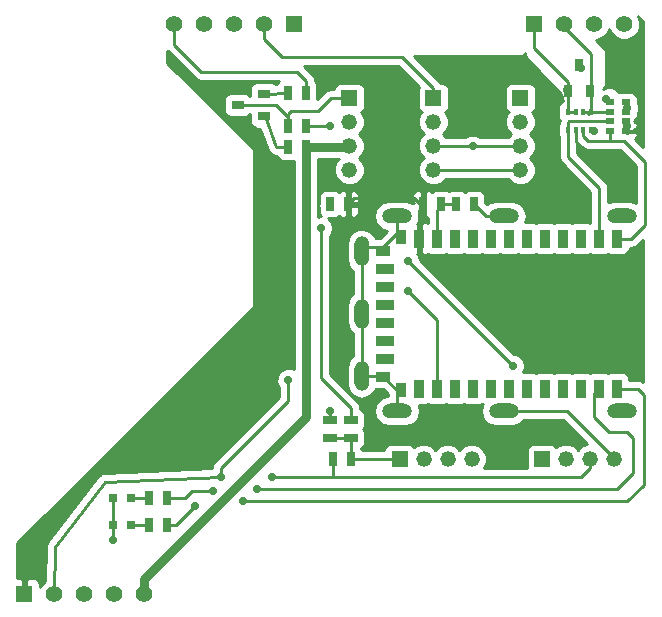
<source format=gtl>
G04 (created by PCBNEW (2013-05-16 BZR 4016)-stable) date 6/30/2013 14:04:39*
%MOIN*%
G04 Gerber Fmt 3.4, Leading zero omitted, Abs format*
%FSLAX34Y34*%
G01*
G70*
G90*
G04 APERTURE LIST*
%ADD10C,0.00590551*%
%ADD11R,0.0315X0.0394*%
%ADD12R,0.025X0.045*%
%ADD13R,0.045X0.025*%
%ADD14R,0.016X0.024*%
%ADD15R,0.055X0.055*%
%ADD16C,0.055*%
%ADD17R,0.032X0.05*%
%ADD18R,0.032X0.06*%
%ADD19R,0.06X0.032*%
%ADD20R,0.05X0.032*%
%ADD21R,0.0314X0.0314*%
%ADD22R,0.025X0.02*%
%ADD23R,0.0394X0.0315*%
%ADD24O,0.05X0.1*%
%ADD25O,0.1X0.05*%
%ADD26C,0.052*%
%ADD27R,0.052X0.052*%
%ADD28C,0.028*%
%ADD29C,0.01*%
%ADD30C,0.03*%
G04 APERTURE END LIST*
G54D10*
G54D11*
X99700Y-46167D03*
X100075Y-47033D03*
X99325Y-47033D03*
G54D12*
X90600Y-48900D03*
X90000Y-48900D03*
G54D13*
X92100Y-58600D03*
X92100Y-58000D03*
X91400Y-58000D03*
X91400Y-58600D03*
G54D14*
X99330Y-48330D03*
X99580Y-48330D03*
X99830Y-48330D03*
X100080Y-48330D03*
X100080Y-47730D03*
X99830Y-47730D03*
X99580Y-47730D03*
X99330Y-47730D03*
G54D15*
X90200Y-44800D03*
G54D16*
X89200Y-44800D03*
X88200Y-44800D03*
X87200Y-44800D03*
X86200Y-44800D03*
G54D15*
X98200Y-44800D03*
G54D16*
X99200Y-44800D03*
X100200Y-44800D03*
X101200Y-44800D03*
G54D15*
X81200Y-63800D03*
G54D16*
X82200Y-63800D03*
X83200Y-63800D03*
X84200Y-63800D03*
X85200Y-63800D03*
G54D17*
X93770Y-57010D03*
G54D18*
X94370Y-56960D03*
X94970Y-56960D03*
X95570Y-56960D03*
X96160Y-56950D03*
X96760Y-56950D03*
X97360Y-56950D03*
X97960Y-56950D03*
X98560Y-56950D03*
X99160Y-56950D03*
X99760Y-56950D03*
X100360Y-56950D03*
X100960Y-56950D03*
X100970Y-51960D03*
X100370Y-51960D03*
X99770Y-51960D03*
X99170Y-51960D03*
X98570Y-51960D03*
X97970Y-51960D03*
X97370Y-51960D03*
X96770Y-51960D03*
X96170Y-51960D03*
X95570Y-51960D03*
X94970Y-51960D03*
X94370Y-51960D03*
G54D17*
X93770Y-51910D03*
G54D19*
X93220Y-52960D03*
X93220Y-53560D03*
X93220Y-54160D03*
X93220Y-54760D03*
X93220Y-55360D03*
X93220Y-55960D03*
G54D20*
X93170Y-56560D03*
X93170Y-52360D03*
G54D21*
X84745Y-60600D03*
X84155Y-60600D03*
X84745Y-61500D03*
X84155Y-61500D03*
G54D22*
X100730Y-47400D03*
X100730Y-47730D03*
X100730Y-48030D03*
X100730Y-48360D03*
X101270Y-48360D03*
X101270Y-48030D03*
X101270Y-47730D03*
X101270Y-47400D03*
G54D12*
X90000Y-47100D03*
X90600Y-47100D03*
X91500Y-59300D03*
X92100Y-59300D03*
X95100Y-50800D03*
X94500Y-50800D03*
X85950Y-60600D03*
X85350Y-60600D03*
X85950Y-61500D03*
X85350Y-61500D03*
X90600Y-48200D03*
X90000Y-48200D03*
X95600Y-50800D03*
X96200Y-50800D03*
X92000Y-50800D03*
X91400Y-50800D03*
G54D23*
X88317Y-47500D03*
X89183Y-47125D03*
X89183Y-47875D03*
G54D24*
X92450Y-52380D03*
X92450Y-54450D03*
X92450Y-56520D03*
G54D25*
X93630Y-57700D03*
X97180Y-57700D03*
X101110Y-57700D03*
X93630Y-51200D03*
X97180Y-51200D03*
X101110Y-51200D03*
G54D26*
X92040Y-49660D03*
X92040Y-48860D03*
X92040Y-48060D03*
G54D27*
X92040Y-47260D03*
G54D26*
X100860Y-59310D03*
X100060Y-59310D03*
X99260Y-59310D03*
G54D27*
X98460Y-59310D03*
G54D26*
X97740Y-49660D03*
X97740Y-48860D03*
X97740Y-48060D03*
G54D27*
X97740Y-47260D03*
G54D26*
X96110Y-59310D03*
X95310Y-59310D03*
X94510Y-59310D03*
G54D27*
X93710Y-59310D03*
G54D26*
X94840Y-49660D03*
X94840Y-48860D03*
X94840Y-48060D03*
G54D27*
X94840Y-47260D03*
G54D28*
X100200Y-48350D03*
X100150Y-49300D03*
X99300Y-50200D03*
X101300Y-48200D03*
X88600Y-55100D03*
X91600Y-54000D03*
X96150Y-48875D03*
X90000Y-56650D03*
X89450Y-59900D03*
X87750Y-59900D03*
X101300Y-47600D03*
X94000Y-52700D03*
X97500Y-56200D03*
X91100Y-51600D03*
X94000Y-53700D03*
X99300Y-47000D03*
X100600Y-47300D03*
X91400Y-57700D03*
X99750Y-46250D03*
X91400Y-50800D03*
X91400Y-48200D03*
X84150Y-62000D03*
X88950Y-60300D03*
X87500Y-60350D03*
X88500Y-60700D03*
X86900Y-60850D03*
G54D29*
X100180Y-48330D02*
X100080Y-48330D01*
X100200Y-48350D02*
X100180Y-48330D01*
X99580Y-48330D02*
X99580Y-48730D01*
X99580Y-48730D02*
X100150Y-49300D01*
X101270Y-48030D02*
X101270Y-48170D01*
X94500Y-50300D02*
X94500Y-50800D01*
X94600Y-50200D02*
X94500Y-50300D01*
X99300Y-50200D02*
X94600Y-50200D01*
X101270Y-48170D02*
X101300Y-48200D01*
X92000Y-50800D02*
X92000Y-51500D01*
X81200Y-61900D02*
X81200Y-63800D01*
X88000Y-55100D02*
X81200Y-61900D01*
X88200Y-55100D02*
X88000Y-55100D01*
X88600Y-55100D02*
X88200Y-55100D01*
X91600Y-51900D02*
X91600Y-54000D01*
X92000Y-51500D02*
X91600Y-51900D01*
X101270Y-48360D02*
X101270Y-48030D01*
X94500Y-50800D02*
X94400Y-50800D01*
X94400Y-50800D02*
X94200Y-50600D01*
X94200Y-50600D02*
X92200Y-50600D01*
X92200Y-50600D02*
X92000Y-50800D01*
X94370Y-51960D02*
X94370Y-51030D01*
X94370Y-51030D02*
X94500Y-50800D01*
X87750Y-59900D02*
X87750Y-59600D01*
X96150Y-48875D02*
X96150Y-48860D01*
X90000Y-57350D02*
X90000Y-56650D01*
X87750Y-59600D02*
X90000Y-57350D01*
X82200Y-63800D02*
X82225Y-62225D01*
X91500Y-59900D02*
X89450Y-59900D01*
X87750Y-59900D02*
X83900Y-60050D01*
X82225Y-62225D02*
X83900Y-60050D01*
X91500Y-59300D02*
X91500Y-59900D01*
X100060Y-59310D02*
X100060Y-59590D01*
X99750Y-59900D02*
X91500Y-59900D01*
X100060Y-59590D02*
X99750Y-59900D01*
X97740Y-48860D02*
X96250Y-48860D01*
X96250Y-48860D02*
X96150Y-48860D01*
X96150Y-48860D02*
X94840Y-48860D01*
X101270Y-47400D02*
X101270Y-47570D01*
X101270Y-47570D02*
X101300Y-47600D01*
X101270Y-47730D02*
X101270Y-47400D01*
G54D30*
X85200Y-63800D02*
X85200Y-63300D01*
X90600Y-57900D02*
X90600Y-48900D01*
X85200Y-63300D02*
X90600Y-57900D01*
X90600Y-48900D02*
X92000Y-48900D01*
X92000Y-48900D02*
X92040Y-48860D01*
G54D29*
X95600Y-50800D02*
X95100Y-50800D01*
X94970Y-51960D02*
X94970Y-51030D01*
X94970Y-51030D02*
X95100Y-50800D01*
X100730Y-48030D02*
X99370Y-48030D01*
X99330Y-48070D02*
X99330Y-48330D01*
X99370Y-48030D02*
X99330Y-48070D01*
X99330Y-48330D02*
X99330Y-49230D01*
X100370Y-50270D02*
X100370Y-51960D01*
X99330Y-49230D02*
X100370Y-50270D01*
X100730Y-48360D02*
X100730Y-48700D01*
X100730Y-48700D02*
X100700Y-48700D01*
X101200Y-48700D02*
X101100Y-48700D01*
X99830Y-48530D02*
X100000Y-48700D01*
X100000Y-48700D02*
X100700Y-48700D01*
X100700Y-48700D02*
X101100Y-48700D01*
X99830Y-48530D02*
X99830Y-48330D01*
X100970Y-51960D02*
X101440Y-51960D01*
X101900Y-49400D02*
X101200Y-48700D01*
X101900Y-51500D02*
X101900Y-49400D01*
X101440Y-51960D02*
X101900Y-51500D01*
X97500Y-56200D02*
X94000Y-52700D01*
X89200Y-44800D02*
X89200Y-45300D01*
X94840Y-46940D02*
X94840Y-47260D01*
X93800Y-45900D02*
X94840Y-46940D01*
X89800Y-45900D02*
X93800Y-45900D01*
X89200Y-45300D02*
X89800Y-45900D01*
X92100Y-58000D02*
X92100Y-57600D01*
X91100Y-56600D02*
X91100Y-51600D01*
X92100Y-57600D02*
X91100Y-56600D01*
X94970Y-56960D02*
X94970Y-54670D01*
X94970Y-54670D02*
X94000Y-53700D01*
X90600Y-47100D02*
X90600Y-46700D01*
X86200Y-45500D02*
X86200Y-44800D01*
X87100Y-46400D02*
X86200Y-45500D01*
X90300Y-46400D02*
X87100Y-46400D01*
X90600Y-46700D02*
X90300Y-46400D01*
X99325Y-47033D02*
X99325Y-46725D01*
X98200Y-45600D02*
X98200Y-44800D01*
X99325Y-46725D02*
X98200Y-45600D01*
X100730Y-47400D02*
X100700Y-47400D01*
X99330Y-47030D02*
X99330Y-47730D01*
X99300Y-47000D02*
X99330Y-47030D01*
X100700Y-47400D02*
X100600Y-47300D01*
X99580Y-47730D02*
X99330Y-47730D01*
X100080Y-47730D02*
X100080Y-47038D01*
X99200Y-44900D02*
X99200Y-44800D01*
X100100Y-45800D02*
X99200Y-44900D01*
X100100Y-47018D02*
X100100Y-45800D01*
X100080Y-47038D02*
X100100Y-47018D01*
X100730Y-47730D02*
X100070Y-47730D01*
X100000Y-47800D02*
X100080Y-47730D01*
X100070Y-47730D02*
X100000Y-47800D01*
X100080Y-47730D02*
X99950Y-47730D01*
X99950Y-47730D02*
X99830Y-47730D01*
X91400Y-58000D02*
X91400Y-57700D01*
X97180Y-51200D02*
X96600Y-51200D01*
X96600Y-51200D02*
X96200Y-50800D01*
X94840Y-49660D02*
X97740Y-49660D01*
X99750Y-46250D02*
X99750Y-46276D01*
X100860Y-59310D02*
X100860Y-59260D01*
X99300Y-57700D02*
X97180Y-57700D01*
X100860Y-59260D02*
X99300Y-57700D01*
X92450Y-54450D02*
X92450Y-52380D01*
X92450Y-54450D02*
X92450Y-56520D01*
X90600Y-48200D02*
X91400Y-48200D01*
X92450Y-56520D02*
X93130Y-56520D01*
X93620Y-57690D02*
X93630Y-57700D01*
X93620Y-57010D02*
X93620Y-57690D01*
X93130Y-56520D02*
X93620Y-57010D01*
X84150Y-62000D02*
X84155Y-61995D01*
X84155Y-61995D02*
X84155Y-61500D01*
X84155Y-60600D02*
X84155Y-61500D01*
X93630Y-51200D02*
X93630Y-51770D01*
X93630Y-51770D02*
X93170Y-52230D01*
X93170Y-52230D02*
X92600Y-52230D01*
X92600Y-52230D02*
X92450Y-52380D01*
X91300Y-58600D02*
X92100Y-58600D01*
X92100Y-58600D02*
X92100Y-59300D01*
X92100Y-59300D02*
X92110Y-59310D01*
X92110Y-59310D02*
X93910Y-59310D01*
X85350Y-60600D02*
X84745Y-60600D01*
X85350Y-61500D02*
X84745Y-61500D01*
X85950Y-60600D02*
X86550Y-60600D01*
X100200Y-57110D02*
X100360Y-56950D01*
X100200Y-57900D02*
X100200Y-57110D01*
X100700Y-58400D02*
X100200Y-57900D01*
X101300Y-58400D02*
X100700Y-58400D01*
X101500Y-58600D02*
X101300Y-58400D01*
X101500Y-59750D02*
X101500Y-58600D01*
X100950Y-60300D02*
X101500Y-59750D01*
X88950Y-60300D02*
X100950Y-60300D01*
X86800Y-60350D02*
X87500Y-60350D01*
X86550Y-60600D02*
X86800Y-60350D01*
X85950Y-61500D02*
X86250Y-61500D01*
X101650Y-56950D02*
X100960Y-56950D01*
X101850Y-57150D02*
X101650Y-56950D01*
X101850Y-60150D02*
X101850Y-57150D01*
X101300Y-60700D02*
X101850Y-60150D01*
X88500Y-60700D02*
X101300Y-60700D01*
X86250Y-61500D02*
X86900Y-60850D01*
X89183Y-47125D02*
X89225Y-47125D01*
X89225Y-47125D02*
X90000Y-47100D01*
X89183Y-47875D02*
X89225Y-47875D01*
X89600Y-48900D02*
X90000Y-48900D01*
X89225Y-47875D02*
X89600Y-48900D01*
X88317Y-47500D02*
X89600Y-47500D01*
X90000Y-47900D02*
X90000Y-48200D01*
X89600Y-47500D02*
X90000Y-47900D01*
X90000Y-48200D02*
X90000Y-47800D01*
X91440Y-47260D02*
X92040Y-47260D01*
X91000Y-47700D02*
X91440Y-47260D01*
X90100Y-47700D02*
X91000Y-47700D01*
X90000Y-47800D02*
X90100Y-47700D01*
G54D10*
G36*
X90200Y-56310D02*
X90077Y-56260D01*
X89922Y-56259D01*
X89779Y-56319D01*
X89669Y-56428D01*
X89610Y-56572D01*
X89609Y-56727D01*
X89669Y-56870D01*
X89700Y-56901D01*
X89700Y-57225D01*
X87537Y-59387D01*
X87472Y-59485D01*
X87450Y-59600D01*
X87450Y-59613D01*
X83888Y-59750D01*
X83875Y-59753D01*
X83861Y-59752D01*
X83818Y-59766D01*
X83774Y-59777D01*
X83763Y-59785D01*
X83750Y-59789D01*
X83716Y-59819D01*
X83679Y-59846D01*
X83672Y-59857D01*
X83662Y-59866D01*
X81987Y-62041D01*
X81971Y-62073D01*
X81949Y-62105D01*
X81944Y-62128D01*
X81935Y-62146D01*
X81932Y-62182D01*
X81924Y-62220D01*
X81906Y-63353D01*
X81903Y-63354D01*
X81755Y-63502D01*
X81725Y-63574D01*
X81725Y-63574D01*
X81724Y-63475D01*
X81686Y-63383D01*
X81616Y-63312D01*
X81524Y-63274D01*
X81312Y-63275D01*
X81250Y-63337D01*
X81250Y-63750D01*
X81257Y-63750D01*
X81257Y-63850D01*
X81250Y-63850D01*
X81250Y-63857D01*
X81150Y-63857D01*
X81150Y-63850D01*
X81142Y-63850D01*
X81142Y-63750D01*
X81150Y-63750D01*
X81150Y-63337D01*
X81087Y-63275D01*
X80969Y-63274D01*
X80969Y-62111D01*
X88790Y-54290D01*
X88849Y-54203D01*
X88869Y-54100D01*
X88869Y-49100D01*
X88849Y-48996D01*
X88790Y-48909D01*
X85969Y-46088D01*
X85969Y-45684D01*
X85987Y-45712D01*
X86887Y-46612D01*
X86887Y-46612D01*
X86985Y-46677D01*
X87100Y-46700D01*
X89696Y-46700D01*
X89663Y-46733D01*
X89630Y-46812D01*
X89579Y-46813D01*
X89521Y-46755D01*
X89429Y-46717D01*
X89330Y-46717D01*
X88936Y-46717D01*
X88844Y-46755D01*
X88774Y-46825D01*
X88736Y-46917D01*
X88735Y-47017D01*
X88735Y-47200D01*
X88724Y-47200D01*
X88655Y-47130D01*
X88563Y-47092D01*
X88464Y-47092D01*
X88070Y-47092D01*
X87978Y-47130D01*
X87908Y-47200D01*
X87870Y-47292D01*
X87869Y-47392D01*
X87869Y-47707D01*
X87907Y-47798D01*
X87978Y-47869D01*
X88070Y-47907D01*
X88169Y-47907D01*
X88563Y-47907D01*
X88655Y-47869D01*
X88725Y-47800D01*
X88735Y-47800D01*
X88735Y-48082D01*
X88773Y-48173D01*
X88844Y-48244D01*
X88936Y-48282D01*
X89035Y-48282D01*
X89054Y-48282D01*
X89318Y-49003D01*
X89321Y-49008D01*
X89322Y-49014D01*
X89353Y-49060D01*
X89379Y-49103D01*
X89384Y-49106D01*
X89387Y-49112D01*
X89432Y-49142D01*
X89473Y-49172D01*
X89479Y-49173D01*
X89485Y-49177D01*
X89537Y-49187D01*
X89587Y-49199D01*
X89593Y-49198D01*
X89600Y-49200D01*
X89635Y-49200D01*
X89662Y-49266D01*
X89733Y-49336D01*
X89825Y-49374D01*
X89924Y-49375D01*
X90174Y-49375D01*
X90200Y-49364D01*
X90200Y-56310D01*
X90200Y-56310D01*
G37*
G54D29*
X90200Y-56310D02*
X90077Y-56260D01*
X89922Y-56259D01*
X89779Y-56319D01*
X89669Y-56428D01*
X89610Y-56572D01*
X89609Y-56727D01*
X89669Y-56870D01*
X89700Y-56901D01*
X89700Y-57225D01*
X87537Y-59387D01*
X87472Y-59485D01*
X87450Y-59600D01*
X87450Y-59613D01*
X83888Y-59750D01*
X83875Y-59753D01*
X83861Y-59752D01*
X83818Y-59766D01*
X83774Y-59777D01*
X83763Y-59785D01*
X83750Y-59789D01*
X83716Y-59819D01*
X83679Y-59846D01*
X83672Y-59857D01*
X83662Y-59866D01*
X81987Y-62041D01*
X81971Y-62073D01*
X81949Y-62105D01*
X81944Y-62128D01*
X81935Y-62146D01*
X81932Y-62182D01*
X81924Y-62220D01*
X81906Y-63353D01*
X81903Y-63354D01*
X81755Y-63502D01*
X81725Y-63574D01*
X81725Y-63574D01*
X81724Y-63475D01*
X81686Y-63383D01*
X81616Y-63312D01*
X81524Y-63274D01*
X81312Y-63275D01*
X81250Y-63337D01*
X81250Y-63750D01*
X81257Y-63750D01*
X81257Y-63850D01*
X81250Y-63850D01*
X81250Y-63857D01*
X81150Y-63857D01*
X81150Y-63850D01*
X81142Y-63850D01*
X81142Y-63750D01*
X81150Y-63750D01*
X81150Y-63337D01*
X81087Y-63275D01*
X80969Y-63274D01*
X80969Y-62111D01*
X88790Y-54290D01*
X88849Y-54203D01*
X88869Y-54100D01*
X88869Y-49100D01*
X88849Y-48996D01*
X88790Y-48909D01*
X85969Y-46088D01*
X85969Y-45684D01*
X85987Y-45712D01*
X86887Y-46612D01*
X86887Y-46612D01*
X86985Y-46677D01*
X87100Y-46700D01*
X89696Y-46700D01*
X89663Y-46733D01*
X89630Y-46812D01*
X89579Y-46813D01*
X89521Y-46755D01*
X89429Y-46717D01*
X89330Y-46717D01*
X88936Y-46717D01*
X88844Y-46755D01*
X88774Y-46825D01*
X88736Y-46917D01*
X88735Y-47017D01*
X88735Y-47200D01*
X88724Y-47200D01*
X88655Y-47130D01*
X88563Y-47092D01*
X88464Y-47092D01*
X88070Y-47092D01*
X87978Y-47130D01*
X87908Y-47200D01*
X87870Y-47292D01*
X87869Y-47392D01*
X87869Y-47707D01*
X87907Y-47798D01*
X87978Y-47869D01*
X88070Y-47907D01*
X88169Y-47907D01*
X88563Y-47907D01*
X88655Y-47869D01*
X88725Y-47800D01*
X88735Y-47800D01*
X88735Y-48082D01*
X88773Y-48173D01*
X88844Y-48244D01*
X88936Y-48282D01*
X89035Y-48282D01*
X89054Y-48282D01*
X89318Y-49003D01*
X89321Y-49008D01*
X89322Y-49014D01*
X89353Y-49060D01*
X89379Y-49103D01*
X89384Y-49106D01*
X89387Y-49112D01*
X89432Y-49142D01*
X89473Y-49172D01*
X89479Y-49173D01*
X89485Y-49177D01*
X89537Y-49187D01*
X89587Y-49199D01*
X89593Y-49198D01*
X89600Y-49200D01*
X89635Y-49200D01*
X89662Y-49266D01*
X89733Y-49336D01*
X89825Y-49374D01*
X89924Y-49375D01*
X90174Y-49375D01*
X90200Y-49364D01*
X90200Y-56310D01*
G54D10*
G36*
X101600Y-50760D02*
X101566Y-50738D01*
X101374Y-50700D01*
X100845Y-50700D01*
X100670Y-50734D01*
X100670Y-50270D01*
X100647Y-50155D01*
X100582Y-50057D01*
X100582Y-50057D01*
X99630Y-49105D01*
X99630Y-48754D01*
X99787Y-48912D01*
X99787Y-48912D01*
X99885Y-48977D01*
X100000Y-49000D01*
X100700Y-49000D01*
X100730Y-49000D01*
X101075Y-49000D01*
X101600Y-49524D01*
X101600Y-50760D01*
X101600Y-50760D01*
G37*
G54D29*
X101600Y-50760D02*
X101566Y-50738D01*
X101374Y-50700D01*
X100845Y-50700D01*
X100670Y-50734D01*
X100670Y-50270D01*
X100647Y-50155D01*
X100582Y-50057D01*
X100582Y-50057D01*
X99630Y-49105D01*
X99630Y-48754D01*
X99787Y-48912D01*
X99787Y-48912D01*
X99885Y-48977D01*
X100000Y-49000D01*
X100700Y-49000D01*
X100730Y-49000D01*
X101075Y-49000D01*
X101600Y-49524D01*
X101600Y-50760D01*
G54D10*
G36*
X101830Y-48906D02*
X101566Y-48642D01*
X101607Y-48601D01*
X101645Y-48509D01*
X101645Y-48472D01*
X101582Y-48410D01*
X101320Y-48410D01*
X101320Y-48417D01*
X101289Y-48417D01*
X101212Y-48402D01*
X101212Y-48325D01*
X101220Y-48317D01*
X101220Y-48310D01*
X101220Y-48302D01*
X101320Y-48302D01*
X101320Y-48310D01*
X101320Y-48317D01*
X101382Y-48380D01*
X101345Y-48380D01*
X101444Y-48379D01*
X101536Y-48341D01*
X101568Y-48310D01*
X101582Y-48310D01*
X101645Y-48247D01*
X101645Y-48210D01*
X101638Y-48195D01*
X101645Y-48179D01*
X101645Y-48142D01*
X101582Y-48080D01*
X101568Y-48080D01*
X101536Y-48048D01*
X101529Y-48045D01*
X101536Y-48042D01*
X101606Y-47971D01*
X101618Y-47944D01*
X101645Y-47917D01*
X101645Y-47880D01*
X101644Y-47880D01*
X101644Y-47879D01*
X101645Y-47786D01*
X101689Y-47677D01*
X101690Y-47522D01*
X101645Y-47413D01*
X101645Y-47250D01*
X101607Y-47158D01*
X101536Y-47088D01*
X101444Y-47050D01*
X101345Y-47049D01*
X101095Y-47049D01*
X101028Y-47077D01*
X100921Y-46969D01*
X100777Y-46910D01*
X100622Y-46909D01*
X100489Y-46965D01*
X100512Y-46942D01*
X100577Y-46844D01*
X100599Y-46730D01*
X100600Y-46730D01*
X100600Y-45800D01*
X100577Y-45685D01*
X100512Y-45587D01*
X100512Y-45587D01*
X100249Y-45325D01*
X100303Y-45325D01*
X100497Y-45245D01*
X100644Y-45097D01*
X100700Y-44964D01*
X100754Y-45097D01*
X100902Y-45244D01*
X101095Y-45324D01*
X101303Y-45325D01*
X101497Y-45245D01*
X101644Y-45097D01*
X101724Y-44904D01*
X101725Y-44696D01*
X101662Y-44543D01*
X101709Y-44590D01*
X101830Y-44711D01*
X101830Y-48906D01*
X101830Y-48906D01*
G37*
G54D29*
X101830Y-48906D02*
X101566Y-48642D01*
X101607Y-48601D01*
X101645Y-48509D01*
X101645Y-48472D01*
X101582Y-48410D01*
X101320Y-48410D01*
X101320Y-48417D01*
X101289Y-48417D01*
X101212Y-48402D01*
X101212Y-48325D01*
X101220Y-48317D01*
X101220Y-48310D01*
X101220Y-48302D01*
X101320Y-48302D01*
X101320Y-48310D01*
X101320Y-48317D01*
X101382Y-48380D01*
X101345Y-48380D01*
X101444Y-48379D01*
X101536Y-48341D01*
X101568Y-48310D01*
X101582Y-48310D01*
X101645Y-48247D01*
X101645Y-48210D01*
X101638Y-48195D01*
X101645Y-48179D01*
X101645Y-48142D01*
X101582Y-48080D01*
X101568Y-48080D01*
X101536Y-48048D01*
X101529Y-48045D01*
X101536Y-48042D01*
X101606Y-47971D01*
X101618Y-47944D01*
X101645Y-47917D01*
X101645Y-47880D01*
X101644Y-47880D01*
X101644Y-47879D01*
X101645Y-47786D01*
X101689Y-47677D01*
X101690Y-47522D01*
X101645Y-47413D01*
X101645Y-47250D01*
X101607Y-47158D01*
X101536Y-47088D01*
X101444Y-47050D01*
X101345Y-47049D01*
X101095Y-47049D01*
X101028Y-47077D01*
X100921Y-46969D01*
X100777Y-46910D01*
X100622Y-46909D01*
X100489Y-46965D01*
X100512Y-46942D01*
X100577Y-46844D01*
X100599Y-46730D01*
X100600Y-46730D01*
X100600Y-45800D01*
X100577Y-45685D01*
X100512Y-45587D01*
X100512Y-45587D01*
X100249Y-45325D01*
X100303Y-45325D01*
X100497Y-45245D01*
X100644Y-45097D01*
X100700Y-44964D01*
X100754Y-45097D01*
X100902Y-45244D01*
X101095Y-45324D01*
X101303Y-45325D01*
X101497Y-45245D01*
X101644Y-45097D01*
X101724Y-44904D01*
X101725Y-44696D01*
X101662Y-44543D01*
X101709Y-44590D01*
X101830Y-44711D01*
X101830Y-48906D01*
G54D10*
G36*
X101830Y-56716D02*
X101764Y-56672D01*
X101650Y-56650D01*
X101370Y-56650D01*
X101370Y-56600D01*
X101332Y-56508D01*
X101261Y-56438D01*
X101169Y-56400D01*
X101070Y-56399D01*
X100750Y-56399D01*
X100659Y-56437D01*
X100569Y-56400D01*
X100470Y-56399D01*
X100150Y-56399D01*
X100059Y-56437D01*
X99969Y-56400D01*
X99870Y-56399D01*
X99550Y-56399D01*
X99459Y-56437D01*
X99369Y-56400D01*
X99270Y-56399D01*
X98950Y-56399D01*
X98859Y-56437D01*
X98769Y-56400D01*
X98670Y-56399D01*
X98350Y-56399D01*
X98259Y-56437D01*
X98169Y-56400D01*
X98070Y-56399D01*
X97839Y-56399D01*
X97889Y-56277D01*
X97890Y-56122D01*
X97830Y-55979D01*
X97721Y-55869D01*
X97577Y-55810D01*
X97534Y-55810D01*
X94390Y-52665D01*
X94390Y-52622D01*
X94330Y-52479D01*
X94309Y-52458D01*
X94320Y-52447D01*
X94320Y-52010D01*
X94312Y-52010D01*
X94312Y-51910D01*
X94320Y-51910D01*
X94320Y-51472D01*
X94309Y-51461D01*
X94356Y-51391D01*
X94379Y-51275D01*
X94387Y-51275D01*
X94450Y-51212D01*
X94450Y-50850D01*
X94442Y-50850D01*
X94442Y-50750D01*
X94450Y-50750D01*
X94450Y-50387D01*
X94387Y-50325D01*
X94325Y-50324D01*
X94233Y-50362D01*
X94163Y-50433D01*
X94125Y-50525D01*
X94124Y-50624D01*
X94125Y-50687D01*
X94187Y-50749D01*
X94125Y-50749D01*
X94125Y-50764D01*
X94086Y-50738D01*
X93894Y-50700D01*
X93365Y-50700D01*
X93173Y-50738D01*
X93011Y-50846D01*
X92903Y-51008D01*
X92865Y-51200D01*
X92903Y-51391D01*
X93011Y-51553D01*
X93173Y-51661D01*
X93290Y-51685D01*
X93045Y-51930D01*
X92913Y-51930D01*
X92911Y-51923D01*
X92803Y-51761D01*
X92641Y-51653D01*
X92450Y-51615D01*
X92375Y-51630D01*
X92375Y-50975D01*
X92375Y-50624D01*
X92374Y-50525D01*
X92336Y-50433D01*
X92266Y-50362D01*
X92174Y-50324D01*
X92112Y-50325D01*
X92050Y-50387D01*
X92050Y-50750D01*
X92312Y-50750D01*
X92375Y-50687D01*
X92375Y-50624D01*
X92375Y-50975D01*
X92375Y-50912D01*
X92312Y-50850D01*
X92050Y-50850D01*
X92050Y-51212D01*
X92112Y-51275D01*
X92174Y-51275D01*
X92266Y-51237D01*
X92336Y-51166D01*
X92374Y-51074D01*
X92375Y-50975D01*
X92375Y-51630D01*
X92258Y-51653D01*
X92096Y-51761D01*
X91988Y-51923D01*
X91950Y-52115D01*
X91950Y-52644D01*
X91988Y-52836D01*
X92096Y-52998D01*
X92150Y-53034D01*
X92150Y-53795D01*
X92096Y-53831D01*
X91988Y-53993D01*
X91950Y-54185D01*
X91950Y-54714D01*
X91988Y-54906D01*
X92096Y-55068D01*
X92150Y-55104D01*
X92150Y-55865D01*
X92096Y-55901D01*
X91988Y-56063D01*
X91950Y-56255D01*
X91950Y-56784D01*
X91988Y-56976D01*
X92096Y-57138D01*
X92258Y-57246D01*
X92450Y-57284D01*
X92641Y-57246D01*
X92803Y-57138D01*
X92911Y-56976D01*
X92913Y-56969D01*
X92969Y-56970D01*
X93155Y-56970D01*
X93320Y-57134D01*
X93320Y-57209D01*
X93173Y-57238D01*
X93011Y-57346D01*
X92903Y-57508D01*
X92865Y-57700D01*
X92903Y-57891D01*
X93011Y-58053D01*
X93173Y-58161D01*
X93365Y-58200D01*
X93894Y-58200D01*
X94086Y-58161D01*
X94248Y-58053D01*
X94356Y-57891D01*
X94394Y-57700D01*
X94356Y-57510D01*
X94579Y-57510D01*
X94670Y-57472D01*
X94760Y-57509D01*
X94859Y-57510D01*
X95179Y-57510D01*
X95270Y-57472D01*
X95360Y-57509D01*
X95459Y-57510D01*
X95779Y-57510D01*
X95871Y-57472D01*
X95874Y-57468D01*
X95950Y-57499D01*
X96049Y-57500D01*
X96369Y-57500D01*
X96460Y-57462D01*
X96478Y-57470D01*
X96453Y-57508D01*
X96415Y-57700D01*
X96453Y-57891D01*
X96561Y-58053D01*
X96723Y-58161D01*
X96915Y-58200D01*
X97444Y-58200D01*
X97636Y-58161D01*
X97798Y-58053D01*
X97834Y-58000D01*
X99175Y-58000D01*
X99975Y-58799D01*
X99959Y-58799D01*
X99771Y-58877D01*
X99659Y-58988D01*
X99549Y-58877D01*
X99361Y-58800D01*
X99159Y-58799D01*
X98971Y-58877D01*
X98934Y-58914D01*
X98932Y-58908D01*
X98861Y-58838D01*
X98769Y-58800D01*
X98670Y-58799D01*
X98150Y-58799D01*
X98058Y-58837D01*
X97988Y-58908D01*
X97950Y-59000D01*
X97949Y-59099D01*
X97949Y-59600D01*
X96541Y-59600D01*
X96542Y-59599D01*
X96619Y-59411D01*
X96620Y-59209D01*
X96542Y-59021D01*
X96399Y-58877D01*
X96211Y-58800D01*
X96009Y-58799D01*
X95821Y-58877D01*
X95709Y-58988D01*
X95599Y-58877D01*
X95411Y-58800D01*
X95209Y-58799D01*
X95021Y-58877D01*
X94909Y-58988D01*
X94799Y-58877D01*
X94611Y-58800D01*
X94409Y-58799D01*
X94221Y-58877D01*
X94184Y-58914D01*
X94182Y-58908D01*
X94111Y-58838D01*
X94019Y-58800D01*
X93920Y-58799D01*
X93400Y-58799D01*
X93308Y-58837D01*
X93238Y-58908D01*
X93200Y-59000D01*
X93200Y-59010D01*
X92468Y-59010D01*
X92442Y-58946D01*
X92466Y-58937D01*
X92536Y-58866D01*
X92574Y-58774D01*
X92575Y-58675D01*
X92575Y-58425D01*
X92537Y-58333D01*
X92503Y-58300D01*
X92536Y-58266D01*
X92574Y-58174D01*
X92575Y-58075D01*
X92575Y-57825D01*
X92537Y-57733D01*
X92466Y-57663D01*
X92400Y-57635D01*
X92400Y-57600D01*
X92377Y-57485D01*
X92312Y-57387D01*
X92312Y-57387D01*
X91400Y-56475D01*
X91400Y-51851D01*
X91430Y-51821D01*
X91489Y-51677D01*
X91490Y-51522D01*
X91430Y-51379D01*
X91326Y-51275D01*
X91574Y-51275D01*
X91666Y-51237D01*
X91700Y-51203D01*
X91733Y-51237D01*
X91825Y-51275D01*
X91887Y-51275D01*
X91950Y-51212D01*
X91950Y-50850D01*
X91942Y-50850D01*
X91942Y-50750D01*
X91950Y-50750D01*
X91950Y-50387D01*
X91887Y-50325D01*
X91825Y-50324D01*
X91733Y-50362D01*
X91700Y-50396D01*
X91666Y-50363D01*
X91574Y-50325D01*
X91475Y-50324D01*
X91225Y-50324D01*
X91133Y-50362D01*
X91063Y-50433D01*
X91025Y-50525D01*
X91024Y-50624D01*
X91024Y-50686D01*
X91010Y-50722D01*
X91009Y-50877D01*
X91024Y-50913D01*
X91024Y-51074D01*
X91062Y-51166D01*
X91106Y-51210D01*
X91022Y-51209D01*
X91000Y-51219D01*
X91000Y-49300D01*
X91678Y-49300D01*
X91607Y-49370D01*
X91530Y-49558D01*
X91529Y-49761D01*
X91607Y-49948D01*
X91750Y-50092D01*
X91938Y-50169D01*
X92141Y-50170D01*
X92328Y-50092D01*
X92472Y-49949D01*
X92549Y-49761D01*
X92550Y-49559D01*
X92472Y-49371D01*
X92361Y-49259D01*
X92472Y-49149D01*
X92549Y-48961D01*
X92550Y-48759D01*
X92472Y-48571D01*
X92361Y-48459D01*
X92472Y-48349D01*
X92549Y-48161D01*
X92550Y-47959D01*
X92472Y-47771D01*
X92435Y-47734D01*
X92441Y-47732D01*
X92511Y-47661D01*
X92549Y-47569D01*
X92550Y-47470D01*
X92550Y-46950D01*
X92512Y-46858D01*
X92441Y-46788D01*
X92349Y-46750D01*
X92250Y-46749D01*
X91730Y-46749D01*
X91638Y-46787D01*
X91568Y-46858D01*
X91530Y-46950D01*
X91530Y-46960D01*
X91440Y-46960D01*
X91325Y-46982D01*
X91227Y-47047D01*
X90975Y-47300D01*
X90975Y-47275D01*
X90975Y-46825D01*
X90937Y-46733D01*
X90899Y-46695D01*
X90877Y-46585D01*
X90812Y-46487D01*
X90812Y-46487D01*
X90524Y-46200D01*
X93675Y-46200D01*
X94358Y-46882D01*
X94330Y-46950D01*
X94329Y-47049D01*
X94329Y-47569D01*
X94367Y-47661D01*
X94438Y-47731D01*
X94444Y-47734D01*
X94407Y-47770D01*
X94330Y-47958D01*
X94329Y-48161D01*
X94407Y-48348D01*
X94518Y-48460D01*
X94407Y-48570D01*
X94330Y-48758D01*
X94329Y-48961D01*
X94407Y-49148D01*
X94518Y-49260D01*
X94407Y-49370D01*
X94330Y-49558D01*
X94329Y-49761D01*
X94407Y-49948D01*
X94550Y-50092D01*
X94738Y-50169D01*
X94941Y-50170D01*
X95128Y-50092D01*
X95261Y-49960D01*
X97318Y-49960D01*
X97450Y-50092D01*
X97638Y-50169D01*
X97841Y-50170D01*
X98028Y-50092D01*
X98172Y-49949D01*
X98249Y-49761D01*
X98250Y-49559D01*
X98172Y-49371D01*
X98061Y-49259D01*
X98172Y-49149D01*
X98249Y-48961D01*
X98250Y-48759D01*
X98172Y-48571D01*
X98061Y-48459D01*
X98172Y-48349D01*
X98249Y-48161D01*
X98250Y-47959D01*
X98172Y-47771D01*
X98135Y-47734D01*
X98141Y-47732D01*
X98211Y-47661D01*
X98249Y-47569D01*
X98250Y-47470D01*
X98250Y-46950D01*
X98212Y-46858D01*
X98141Y-46788D01*
X98049Y-46750D01*
X97950Y-46749D01*
X97430Y-46749D01*
X97338Y-46787D01*
X97268Y-46858D01*
X97230Y-46950D01*
X97229Y-47049D01*
X97229Y-47569D01*
X97267Y-47661D01*
X97338Y-47731D01*
X97344Y-47734D01*
X97307Y-47770D01*
X97230Y-47958D01*
X97229Y-48161D01*
X97307Y-48348D01*
X97418Y-48460D01*
X97318Y-48560D01*
X96386Y-48560D01*
X96371Y-48544D01*
X96227Y-48485D01*
X96072Y-48484D01*
X95929Y-48544D01*
X95913Y-48560D01*
X95261Y-48560D01*
X95161Y-48459D01*
X95272Y-48349D01*
X95349Y-48161D01*
X95350Y-47959D01*
X95272Y-47771D01*
X95235Y-47734D01*
X95241Y-47732D01*
X95311Y-47661D01*
X95349Y-47569D01*
X95350Y-47470D01*
X95350Y-46950D01*
X95312Y-46858D01*
X95241Y-46788D01*
X95149Y-46750D01*
X95066Y-46749D01*
X95066Y-46749D01*
X95052Y-46727D01*
X95052Y-46727D01*
X94193Y-45869D01*
X97700Y-45869D01*
X97803Y-45849D01*
X97890Y-45790D01*
X97900Y-45776D01*
X97900Y-45800D01*
X97922Y-45914D01*
X97987Y-46012D01*
X98287Y-46312D01*
X98287Y-46312D01*
X98287Y-46312D01*
X99109Y-47134D01*
X99109Y-47177D01*
X99125Y-47216D01*
X99125Y-47270D01*
X99163Y-47362D01*
X99172Y-47371D01*
X99108Y-47397D01*
X99038Y-47468D01*
X99000Y-47560D01*
X98999Y-47659D01*
X98999Y-47899D01*
X99037Y-47991D01*
X99044Y-47997D01*
X99030Y-48070D01*
X99030Y-48087D01*
X99000Y-48160D01*
X98999Y-48259D01*
X98999Y-48499D01*
X99030Y-48572D01*
X99030Y-49230D01*
X99052Y-49344D01*
X99117Y-49442D01*
X100070Y-50394D01*
X100070Y-51447D01*
X100069Y-51447D01*
X99979Y-51410D01*
X99880Y-51409D01*
X99560Y-51409D01*
X99469Y-51447D01*
X99379Y-51410D01*
X99280Y-51409D01*
X98960Y-51409D01*
X98869Y-51447D01*
X98779Y-51410D01*
X98680Y-51409D01*
X98360Y-51409D01*
X98269Y-51447D01*
X98179Y-51410D01*
X98080Y-51409D01*
X97894Y-51409D01*
X97906Y-51391D01*
X97944Y-51200D01*
X97906Y-51008D01*
X97798Y-50846D01*
X97636Y-50738D01*
X97444Y-50700D01*
X96915Y-50700D01*
X96723Y-50738D01*
X96627Y-50802D01*
X96575Y-50750D01*
X96575Y-50525D01*
X96537Y-50433D01*
X96466Y-50363D01*
X96374Y-50325D01*
X96275Y-50324D01*
X96025Y-50324D01*
X95933Y-50362D01*
X95900Y-50396D01*
X95866Y-50363D01*
X95774Y-50325D01*
X95675Y-50324D01*
X95425Y-50324D01*
X95349Y-50356D01*
X95274Y-50325D01*
X95175Y-50324D01*
X94925Y-50324D01*
X94833Y-50362D01*
X94800Y-50396D01*
X94766Y-50362D01*
X94674Y-50324D01*
X94612Y-50325D01*
X94550Y-50387D01*
X94550Y-50750D01*
X94557Y-50750D01*
X94557Y-50850D01*
X94550Y-50850D01*
X94550Y-51212D01*
X94612Y-51275D01*
X94670Y-51275D01*
X94670Y-51447D01*
X94579Y-51409D01*
X94482Y-51410D01*
X94420Y-51472D01*
X94420Y-51910D01*
X94427Y-51910D01*
X94427Y-52010D01*
X94420Y-52010D01*
X94420Y-52447D01*
X94482Y-52510D01*
X94579Y-52510D01*
X94670Y-52472D01*
X94760Y-52509D01*
X94859Y-52510D01*
X95179Y-52510D01*
X95270Y-52472D01*
X95360Y-52509D01*
X95459Y-52510D01*
X95779Y-52510D01*
X95870Y-52472D01*
X95960Y-52509D01*
X96059Y-52510D01*
X96379Y-52510D01*
X96470Y-52472D01*
X96560Y-52509D01*
X96659Y-52510D01*
X96979Y-52510D01*
X97070Y-52472D01*
X97160Y-52509D01*
X97259Y-52510D01*
X97579Y-52510D01*
X97670Y-52472D01*
X97760Y-52509D01*
X97859Y-52510D01*
X98179Y-52510D01*
X98270Y-52472D01*
X98360Y-52509D01*
X98459Y-52510D01*
X98779Y-52510D01*
X98870Y-52472D01*
X98960Y-52509D01*
X99059Y-52510D01*
X99379Y-52510D01*
X99470Y-52472D01*
X99560Y-52509D01*
X99659Y-52510D01*
X99979Y-52510D01*
X100070Y-52472D01*
X100160Y-52509D01*
X100259Y-52510D01*
X100579Y-52510D01*
X100670Y-52472D01*
X100760Y-52509D01*
X100859Y-52510D01*
X101179Y-52510D01*
X101271Y-52472D01*
X101341Y-52401D01*
X101379Y-52309D01*
X101379Y-52260D01*
X101440Y-52260D01*
X101440Y-52259D01*
X101554Y-52237D01*
X101554Y-52237D01*
X101652Y-52172D01*
X101830Y-51993D01*
X101830Y-56716D01*
X101830Y-56716D01*
G37*
G54D29*
X101830Y-56716D02*
X101764Y-56672D01*
X101650Y-56650D01*
X101370Y-56650D01*
X101370Y-56600D01*
X101332Y-56508D01*
X101261Y-56438D01*
X101169Y-56400D01*
X101070Y-56399D01*
X100750Y-56399D01*
X100659Y-56437D01*
X100569Y-56400D01*
X100470Y-56399D01*
X100150Y-56399D01*
X100059Y-56437D01*
X99969Y-56400D01*
X99870Y-56399D01*
X99550Y-56399D01*
X99459Y-56437D01*
X99369Y-56400D01*
X99270Y-56399D01*
X98950Y-56399D01*
X98859Y-56437D01*
X98769Y-56400D01*
X98670Y-56399D01*
X98350Y-56399D01*
X98259Y-56437D01*
X98169Y-56400D01*
X98070Y-56399D01*
X97839Y-56399D01*
X97889Y-56277D01*
X97890Y-56122D01*
X97830Y-55979D01*
X97721Y-55869D01*
X97577Y-55810D01*
X97534Y-55810D01*
X94390Y-52665D01*
X94390Y-52622D01*
X94330Y-52479D01*
X94309Y-52458D01*
X94320Y-52447D01*
X94320Y-52010D01*
X94312Y-52010D01*
X94312Y-51910D01*
X94320Y-51910D01*
X94320Y-51472D01*
X94309Y-51461D01*
X94356Y-51391D01*
X94379Y-51275D01*
X94387Y-51275D01*
X94450Y-51212D01*
X94450Y-50850D01*
X94442Y-50850D01*
X94442Y-50750D01*
X94450Y-50750D01*
X94450Y-50387D01*
X94387Y-50325D01*
X94325Y-50324D01*
X94233Y-50362D01*
X94163Y-50433D01*
X94125Y-50525D01*
X94124Y-50624D01*
X94125Y-50687D01*
X94187Y-50749D01*
X94125Y-50749D01*
X94125Y-50764D01*
X94086Y-50738D01*
X93894Y-50700D01*
X93365Y-50700D01*
X93173Y-50738D01*
X93011Y-50846D01*
X92903Y-51008D01*
X92865Y-51200D01*
X92903Y-51391D01*
X93011Y-51553D01*
X93173Y-51661D01*
X93290Y-51685D01*
X93045Y-51930D01*
X92913Y-51930D01*
X92911Y-51923D01*
X92803Y-51761D01*
X92641Y-51653D01*
X92450Y-51615D01*
X92375Y-51630D01*
X92375Y-50975D01*
X92375Y-50624D01*
X92374Y-50525D01*
X92336Y-50433D01*
X92266Y-50362D01*
X92174Y-50324D01*
X92112Y-50325D01*
X92050Y-50387D01*
X92050Y-50750D01*
X92312Y-50750D01*
X92375Y-50687D01*
X92375Y-50624D01*
X92375Y-50975D01*
X92375Y-50912D01*
X92312Y-50850D01*
X92050Y-50850D01*
X92050Y-51212D01*
X92112Y-51275D01*
X92174Y-51275D01*
X92266Y-51237D01*
X92336Y-51166D01*
X92374Y-51074D01*
X92375Y-50975D01*
X92375Y-51630D01*
X92258Y-51653D01*
X92096Y-51761D01*
X91988Y-51923D01*
X91950Y-52115D01*
X91950Y-52644D01*
X91988Y-52836D01*
X92096Y-52998D01*
X92150Y-53034D01*
X92150Y-53795D01*
X92096Y-53831D01*
X91988Y-53993D01*
X91950Y-54185D01*
X91950Y-54714D01*
X91988Y-54906D01*
X92096Y-55068D01*
X92150Y-55104D01*
X92150Y-55865D01*
X92096Y-55901D01*
X91988Y-56063D01*
X91950Y-56255D01*
X91950Y-56784D01*
X91988Y-56976D01*
X92096Y-57138D01*
X92258Y-57246D01*
X92450Y-57284D01*
X92641Y-57246D01*
X92803Y-57138D01*
X92911Y-56976D01*
X92913Y-56969D01*
X92969Y-56970D01*
X93155Y-56970D01*
X93320Y-57134D01*
X93320Y-57209D01*
X93173Y-57238D01*
X93011Y-57346D01*
X92903Y-57508D01*
X92865Y-57700D01*
X92903Y-57891D01*
X93011Y-58053D01*
X93173Y-58161D01*
X93365Y-58200D01*
X93894Y-58200D01*
X94086Y-58161D01*
X94248Y-58053D01*
X94356Y-57891D01*
X94394Y-57700D01*
X94356Y-57510D01*
X94579Y-57510D01*
X94670Y-57472D01*
X94760Y-57509D01*
X94859Y-57510D01*
X95179Y-57510D01*
X95270Y-57472D01*
X95360Y-57509D01*
X95459Y-57510D01*
X95779Y-57510D01*
X95871Y-57472D01*
X95874Y-57468D01*
X95950Y-57499D01*
X96049Y-57500D01*
X96369Y-57500D01*
X96460Y-57462D01*
X96478Y-57470D01*
X96453Y-57508D01*
X96415Y-57700D01*
X96453Y-57891D01*
X96561Y-58053D01*
X96723Y-58161D01*
X96915Y-58200D01*
X97444Y-58200D01*
X97636Y-58161D01*
X97798Y-58053D01*
X97834Y-58000D01*
X99175Y-58000D01*
X99975Y-58799D01*
X99959Y-58799D01*
X99771Y-58877D01*
X99659Y-58988D01*
X99549Y-58877D01*
X99361Y-58800D01*
X99159Y-58799D01*
X98971Y-58877D01*
X98934Y-58914D01*
X98932Y-58908D01*
X98861Y-58838D01*
X98769Y-58800D01*
X98670Y-58799D01*
X98150Y-58799D01*
X98058Y-58837D01*
X97988Y-58908D01*
X97950Y-59000D01*
X97949Y-59099D01*
X97949Y-59600D01*
X96541Y-59600D01*
X96542Y-59599D01*
X96619Y-59411D01*
X96620Y-59209D01*
X96542Y-59021D01*
X96399Y-58877D01*
X96211Y-58800D01*
X96009Y-58799D01*
X95821Y-58877D01*
X95709Y-58988D01*
X95599Y-58877D01*
X95411Y-58800D01*
X95209Y-58799D01*
X95021Y-58877D01*
X94909Y-58988D01*
X94799Y-58877D01*
X94611Y-58800D01*
X94409Y-58799D01*
X94221Y-58877D01*
X94184Y-58914D01*
X94182Y-58908D01*
X94111Y-58838D01*
X94019Y-58800D01*
X93920Y-58799D01*
X93400Y-58799D01*
X93308Y-58837D01*
X93238Y-58908D01*
X93200Y-59000D01*
X93200Y-59010D01*
X92468Y-59010D01*
X92442Y-58946D01*
X92466Y-58937D01*
X92536Y-58866D01*
X92574Y-58774D01*
X92575Y-58675D01*
X92575Y-58425D01*
X92537Y-58333D01*
X92503Y-58300D01*
X92536Y-58266D01*
X92574Y-58174D01*
X92575Y-58075D01*
X92575Y-57825D01*
X92537Y-57733D01*
X92466Y-57663D01*
X92400Y-57635D01*
X92400Y-57600D01*
X92377Y-57485D01*
X92312Y-57387D01*
X92312Y-57387D01*
X91400Y-56475D01*
X91400Y-51851D01*
X91430Y-51821D01*
X91489Y-51677D01*
X91490Y-51522D01*
X91430Y-51379D01*
X91326Y-51275D01*
X91574Y-51275D01*
X91666Y-51237D01*
X91700Y-51203D01*
X91733Y-51237D01*
X91825Y-51275D01*
X91887Y-51275D01*
X91950Y-51212D01*
X91950Y-50850D01*
X91942Y-50850D01*
X91942Y-50750D01*
X91950Y-50750D01*
X91950Y-50387D01*
X91887Y-50325D01*
X91825Y-50324D01*
X91733Y-50362D01*
X91700Y-50396D01*
X91666Y-50363D01*
X91574Y-50325D01*
X91475Y-50324D01*
X91225Y-50324D01*
X91133Y-50362D01*
X91063Y-50433D01*
X91025Y-50525D01*
X91024Y-50624D01*
X91024Y-50686D01*
X91010Y-50722D01*
X91009Y-50877D01*
X91024Y-50913D01*
X91024Y-51074D01*
X91062Y-51166D01*
X91106Y-51210D01*
X91022Y-51209D01*
X91000Y-51219D01*
X91000Y-49300D01*
X91678Y-49300D01*
X91607Y-49370D01*
X91530Y-49558D01*
X91529Y-49761D01*
X91607Y-49948D01*
X91750Y-50092D01*
X91938Y-50169D01*
X92141Y-50170D01*
X92328Y-50092D01*
X92472Y-49949D01*
X92549Y-49761D01*
X92550Y-49559D01*
X92472Y-49371D01*
X92361Y-49259D01*
X92472Y-49149D01*
X92549Y-48961D01*
X92550Y-48759D01*
X92472Y-48571D01*
X92361Y-48459D01*
X92472Y-48349D01*
X92549Y-48161D01*
X92550Y-47959D01*
X92472Y-47771D01*
X92435Y-47734D01*
X92441Y-47732D01*
X92511Y-47661D01*
X92549Y-47569D01*
X92550Y-47470D01*
X92550Y-46950D01*
X92512Y-46858D01*
X92441Y-46788D01*
X92349Y-46750D01*
X92250Y-46749D01*
X91730Y-46749D01*
X91638Y-46787D01*
X91568Y-46858D01*
X91530Y-46950D01*
X91530Y-46960D01*
X91440Y-46960D01*
X91325Y-46982D01*
X91227Y-47047D01*
X90975Y-47300D01*
X90975Y-47275D01*
X90975Y-46825D01*
X90937Y-46733D01*
X90899Y-46695D01*
X90877Y-46585D01*
X90812Y-46487D01*
X90812Y-46487D01*
X90524Y-46200D01*
X93675Y-46200D01*
X94358Y-46882D01*
X94330Y-46950D01*
X94329Y-47049D01*
X94329Y-47569D01*
X94367Y-47661D01*
X94438Y-47731D01*
X94444Y-47734D01*
X94407Y-47770D01*
X94330Y-47958D01*
X94329Y-48161D01*
X94407Y-48348D01*
X94518Y-48460D01*
X94407Y-48570D01*
X94330Y-48758D01*
X94329Y-48961D01*
X94407Y-49148D01*
X94518Y-49260D01*
X94407Y-49370D01*
X94330Y-49558D01*
X94329Y-49761D01*
X94407Y-49948D01*
X94550Y-50092D01*
X94738Y-50169D01*
X94941Y-50170D01*
X95128Y-50092D01*
X95261Y-49960D01*
X97318Y-49960D01*
X97450Y-50092D01*
X97638Y-50169D01*
X97841Y-50170D01*
X98028Y-50092D01*
X98172Y-49949D01*
X98249Y-49761D01*
X98250Y-49559D01*
X98172Y-49371D01*
X98061Y-49259D01*
X98172Y-49149D01*
X98249Y-48961D01*
X98250Y-48759D01*
X98172Y-48571D01*
X98061Y-48459D01*
X98172Y-48349D01*
X98249Y-48161D01*
X98250Y-47959D01*
X98172Y-47771D01*
X98135Y-47734D01*
X98141Y-47732D01*
X98211Y-47661D01*
X98249Y-47569D01*
X98250Y-47470D01*
X98250Y-46950D01*
X98212Y-46858D01*
X98141Y-46788D01*
X98049Y-46750D01*
X97950Y-46749D01*
X97430Y-46749D01*
X97338Y-46787D01*
X97268Y-46858D01*
X97230Y-46950D01*
X97229Y-47049D01*
X97229Y-47569D01*
X97267Y-47661D01*
X97338Y-47731D01*
X97344Y-47734D01*
X97307Y-47770D01*
X97230Y-47958D01*
X97229Y-48161D01*
X97307Y-48348D01*
X97418Y-48460D01*
X97318Y-48560D01*
X96386Y-48560D01*
X96371Y-48544D01*
X96227Y-48485D01*
X96072Y-48484D01*
X95929Y-48544D01*
X95913Y-48560D01*
X95261Y-48560D01*
X95161Y-48459D01*
X95272Y-48349D01*
X95349Y-48161D01*
X95350Y-47959D01*
X95272Y-47771D01*
X95235Y-47734D01*
X95241Y-47732D01*
X95311Y-47661D01*
X95349Y-47569D01*
X95350Y-47470D01*
X95350Y-46950D01*
X95312Y-46858D01*
X95241Y-46788D01*
X95149Y-46750D01*
X95066Y-46749D01*
X95066Y-46749D01*
X95052Y-46727D01*
X95052Y-46727D01*
X94193Y-45869D01*
X97700Y-45869D01*
X97803Y-45849D01*
X97890Y-45790D01*
X97900Y-45776D01*
X97900Y-45800D01*
X97922Y-45914D01*
X97987Y-46012D01*
X98287Y-46312D01*
X98287Y-46312D01*
X98287Y-46312D01*
X99109Y-47134D01*
X99109Y-47177D01*
X99125Y-47216D01*
X99125Y-47270D01*
X99163Y-47362D01*
X99172Y-47371D01*
X99108Y-47397D01*
X99038Y-47468D01*
X99000Y-47560D01*
X98999Y-47659D01*
X98999Y-47899D01*
X99037Y-47991D01*
X99044Y-47997D01*
X99030Y-48070D01*
X99030Y-48087D01*
X99000Y-48160D01*
X98999Y-48259D01*
X98999Y-48499D01*
X99030Y-48572D01*
X99030Y-49230D01*
X99052Y-49344D01*
X99117Y-49442D01*
X100070Y-50394D01*
X100070Y-51447D01*
X100069Y-51447D01*
X99979Y-51410D01*
X99880Y-51409D01*
X99560Y-51409D01*
X99469Y-51447D01*
X99379Y-51410D01*
X99280Y-51409D01*
X98960Y-51409D01*
X98869Y-51447D01*
X98779Y-51410D01*
X98680Y-51409D01*
X98360Y-51409D01*
X98269Y-51447D01*
X98179Y-51410D01*
X98080Y-51409D01*
X97894Y-51409D01*
X97906Y-51391D01*
X97944Y-51200D01*
X97906Y-51008D01*
X97798Y-50846D01*
X97636Y-50738D01*
X97444Y-50700D01*
X96915Y-50700D01*
X96723Y-50738D01*
X96627Y-50802D01*
X96575Y-50750D01*
X96575Y-50525D01*
X96537Y-50433D01*
X96466Y-50363D01*
X96374Y-50325D01*
X96275Y-50324D01*
X96025Y-50324D01*
X95933Y-50362D01*
X95900Y-50396D01*
X95866Y-50363D01*
X95774Y-50325D01*
X95675Y-50324D01*
X95425Y-50324D01*
X95349Y-50356D01*
X95274Y-50325D01*
X95175Y-50324D01*
X94925Y-50324D01*
X94833Y-50362D01*
X94800Y-50396D01*
X94766Y-50362D01*
X94674Y-50324D01*
X94612Y-50325D01*
X94550Y-50387D01*
X94550Y-50750D01*
X94557Y-50750D01*
X94557Y-50850D01*
X94550Y-50850D01*
X94550Y-51212D01*
X94612Y-51275D01*
X94670Y-51275D01*
X94670Y-51447D01*
X94579Y-51409D01*
X94482Y-51410D01*
X94420Y-51472D01*
X94420Y-51910D01*
X94427Y-51910D01*
X94427Y-52010D01*
X94420Y-52010D01*
X94420Y-52447D01*
X94482Y-52510D01*
X94579Y-52510D01*
X94670Y-52472D01*
X94760Y-52509D01*
X94859Y-52510D01*
X95179Y-52510D01*
X95270Y-52472D01*
X95360Y-52509D01*
X95459Y-52510D01*
X95779Y-52510D01*
X95870Y-52472D01*
X95960Y-52509D01*
X96059Y-52510D01*
X96379Y-52510D01*
X96470Y-52472D01*
X96560Y-52509D01*
X96659Y-52510D01*
X96979Y-52510D01*
X97070Y-52472D01*
X97160Y-52509D01*
X97259Y-52510D01*
X97579Y-52510D01*
X97670Y-52472D01*
X97760Y-52509D01*
X97859Y-52510D01*
X98179Y-52510D01*
X98270Y-52472D01*
X98360Y-52509D01*
X98459Y-52510D01*
X98779Y-52510D01*
X98870Y-52472D01*
X98960Y-52509D01*
X99059Y-52510D01*
X99379Y-52510D01*
X99470Y-52472D01*
X99560Y-52509D01*
X99659Y-52510D01*
X99979Y-52510D01*
X100070Y-52472D01*
X100160Y-52509D01*
X100259Y-52510D01*
X100579Y-52510D01*
X100670Y-52472D01*
X100760Y-52509D01*
X100859Y-52510D01*
X101179Y-52510D01*
X101271Y-52472D01*
X101341Y-52401D01*
X101379Y-52309D01*
X101379Y-52260D01*
X101440Y-52260D01*
X101440Y-52259D01*
X101554Y-52237D01*
X101554Y-52237D01*
X101652Y-52172D01*
X101830Y-51993D01*
X101830Y-56716D01*
M02*

</source>
